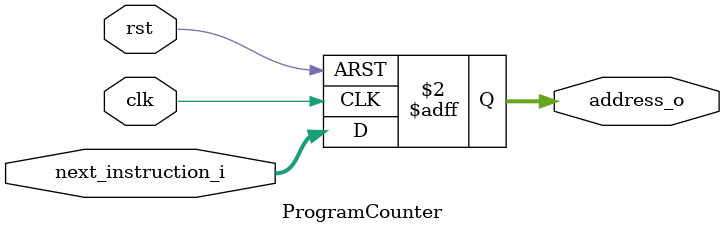
<source format=sv>
module ProgramCounter #(
    parameter DATA_WIDTH = 32
)(
    input wire rst,
    input wire clk,
    input wire [DATA_WIDTH-1:0] next_instruction_i,
    output logic [DATA_WIDTH-1:0] address_o
);

    always_ff @(posedge clk or posedge rst) begin
        if (rst)
            address_o <= 32'b0;
        else
            address_o <= next_instruction_i;
    end

endmodule
</source>
